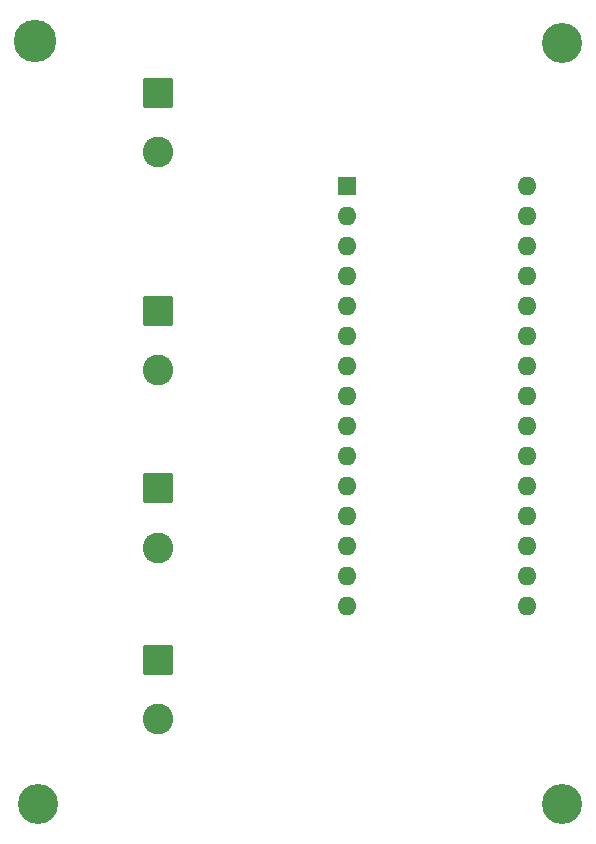
<source format=gbl>
%TF.GenerationSoftware,KiCad,Pcbnew,9.0.0*%
%TF.CreationDate,2025-04-01T16:17:38+02:00*%
%TF.ProjectId,three_camera_trigger_arduino,74687265-655f-4636-916d-6572615f7472,rev?*%
%TF.SameCoordinates,Original*%
%TF.FileFunction,Copper,L2,Bot*%
%TF.FilePolarity,Positive*%
%FSLAX46Y46*%
G04 Gerber Fmt 4.6, Leading zero omitted, Abs format (unit mm)*
G04 Created by KiCad (PCBNEW 9.0.0) date 2025-04-01 16:17:38*
%MOMM*%
%LPD*%
G01*
G04 APERTURE LIST*
G04 Aperture macros list*
%AMRoundRect*
0 Rectangle with rounded corners*
0 $1 Rounding radius*
0 $2 $3 $4 $5 $6 $7 $8 $9 X,Y pos of 4 corners*
0 Add a 4 corners polygon primitive as box body*
4,1,4,$2,$3,$4,$5,$6,$7,$8,$9,$2,$3,0*
0 Add four circle primitives for the rounded corners*
1,1,$1+$1,$2,$3*
1,1,$1+$1,$4,$5*
1,1,$1+$1,$6,$7*
1,1,$1+$1,$8,$9*
0 Add four rect primitives between the rounded corners*
20,1,$1+$1,$2,$3,$4,$5,0*
20,1,$1+$1,$4,$5,$6,$7,0*
20,1,$1+$1,$6,$7,$8,$9,0*
20,1,$1+$1,$8,$9,$2,$3,0*%
G04 Aperture macros list end*
%TA.AperFunction,ComponentPad*%
%ADD10C,3.400000*%
%TD*%
%TA.AperFunction,ComponentPad*%
%ADD11C,3.600000*%
%TD*%
%TA.AperFunction,ComponentPad*%
%ADD12C,2.600000*%
%TD*%
%TA.AperFunction,ComponentPad*%
%ADD13RoundRect,0.250000X-1.050000X1.050000X-1.050000X-1.050000X1.050000X-1.050000X1.050000X1.050000X0*%
%TD*%
%TA.AperFunction,ComponentPad*%
%ADD14R,1.600000X1.600000*%
%TD*%
%TA.AperFunction,ComponentPad*%
%ADD15O,1.600000X1.600000*%
%TD*%
G04 APERTURE END LIST*
D10*
%TO.P,REF\u002A\u002A,1*%
%TO.N,N/C*%
X126700000Y-75300000D03*
%TD*%
%TO.P,REF\u002A\u002A,1*%
%TO.N,N/C*%
X126700000Y-139700000D03*
%TD*%
%TO.P,REF\u002A\u002A,1*%
%TO.N,N/C*%
X82300000Y-139700000D03*
%TD*%
D11*
%TO.P,REF\u002A\u002A,1*%
%TO.N,N/C*%
X82100000Y-75100000D03*
%TD*%
D12*
%TO.P,J4,2,Pin_2*%
%TO.N,Net-(A1-D7)*%
X92500000Y-132500000D03*
D13*
%TO.P,J4,1,Pin_1*%
%TO.N,Net-(J1-Pin_1)*%
X92500000Y-127500000D03*
%TD*%
D12*
%TO.P,J3,2,Pin_2*%
%TO.N,Net-(A1-D6)*%
X92500000Y-118000000D03*
D13*
%TO.P,J3,1,Pin_1*%
%TO.N,Net-(J1-Pin_1)*%
X92500000Y-113000000D03*
%TD*%
%TO.P,J2,1,Pin_1*%
%TO.N,Net-(J1-Pin_1)*%
X92500000Y-98000000D03*
D12*
%TO.P,J2,2,Pin_2*%
%TO.N,Net-(A1-D5)*%
X92500000Y-103000000D03*
%TD*%
D13*
%TO.P,J1,1,Pin_1*%
%TO.N,Net-(J1-Pin_1)*%
X92500000Y-79500000D03*
D12*
%TO.P,J1,2,Pin_2*%
%TO.N,Net-(A1-D2)*%
X92500000Y-84500000D03*
%TD*%
D14*
%TO.P,A1,1,D1/TX*%
%TO.N,unconnected-(A1-D1{slash}TX-Pad1)*%
X108500000Y-87420000D03*
D15*
%TO.P,A1,2,D0/RX*%
%TO.N,unconnected-(A1-D0{slash}RX-Pad2)*%
X108500000Y-89960000D03*
%TO.P,A1,3,~{RESET}*%
%TO.N,unconnected-(A1-~{RESET}-Pad3)*%
X108500000Y-92500000D03*
%TO.P,A1,4,GND*%
%TO.N,Net-(J1-Pin_1)*%
X108500000Y-95040000D03*
%TO.P,A1,5,D2*%
%TO.N,Net-(A1-D2)*%
X108500000Y-97580000D03*
%TO.P,A1,6,D3*%
X108500000Y-100120000D03*
%TO.P,A1,7,D4*%
X108500000Y-102660000D03*
%TO.P,A1,8,D5*%
%TO.N,Net-(A1-D5)*%
X108500000Y-105200000D03*
%TO.P,A1,9,D6*%
%TO.N,Net-(A1-D6)*%
X108500000Y-107740000D03*
%TO.P,A1,10,D7*%
%TO.N,Net-(A1-D7)*%
X108500000Y-110280000D03*
%TO.P,A1,11,D8*%
%TO.N,unconnected-(A1-D8-Pad11)*%
X108500000Y-112820000D03*
%TO.P,A1,12,D9*%
%TO.N,unconnected-(A1-D9-Pad12)*%
X108500000Y-115360000D03*
%TO.P,A1,13,D10*%
%TO.N,unconnected-(A1-D10-Pad13)*%
X108500000Y-117900000D03*
%TO.P,A1,14,D11*%
%TO.N,unconnected-(A1-D11-Pad14)*%
X108500000Y-120440000D03*
%TO.P,A1,15,D12*%
%TO.N,unconnected-(A1-D12-Pad15)*%
X108500000Y-122980000D03*
%TO.P,A1,16,D13*%
%TO.N,unconnected-(A1-D13-Pad16)*%
X123740000Y-122980000D03*
%TO.P,A1,17,3V3*%
%TO.N,unconnected-(A1-3V3-Pad17)*%
X123740000Y-120440000D03*
%TO.P,A1,18,AREF*%
%TO.N,unconnected-(A1-AREF-Pad18)*%
X123740000Y-117900000D03*
%TO.P,A1,19,A0*%
%TO.N,unconnected-(A1-A0-Pad19)*%
X123740000Y-115360000D03*
%TO.P,A1,20,A1*%
%TO.N,unconnected-(A1-A1-Pad20)*%
X123740000Y-112820000D03*
%TO.P,A1,21,A2*%
%TO.N,unconnected-(A1-A2-Pad21)*%
X123740000Y-110280000D03*
%TO.P,A1,22,A3*%
%TO.N,unconnected-(A1-A3-Pad22)*%
X123740000Y-107740000D03*
%TO.P,A1,23,A4*%
%TO.N,unconnected-(A1-A4-Pad23)*%
X123740000Y-105200000D03*
%TO.P,A1,24,A5*%
%TO.N,unconnected-(A1-A5-Pad24)*%
X123740000Y-102660000D03*
%TO.P,A1,25,A6*%
%TO.N,unconnected-(A1-A6-Pad25)*%
X123740000Y-100120000D03*
%TO.P,A1,26,A7*%
%TO.N,unconnected-(A1-A7-Pad26)*%
X123740000Y-97580000D03*
%TO.P,A1,27,+5V*%
%TO.N,unconnected-(A1-+5V-Pad27)*%
X123740000Y-95040000D03*
%TO.P,A1,28,~{RESET}*%
%TO.N,unconnected-(A1-~{RESET}-Pad28)*%
X123740000Y-92500000D03*
%TO.P,A1,29,GND*%
%TO.N,unconnected-(A1-GND-Pad29)*%
X123740000Y-89960000D03*
%TO.P,A1,30,VIN*%
%TO.N,unconnected-(A1-VIN-Pad30)*%
X123740000Y-87420000D03*
%TD*%
M02*

</source>
